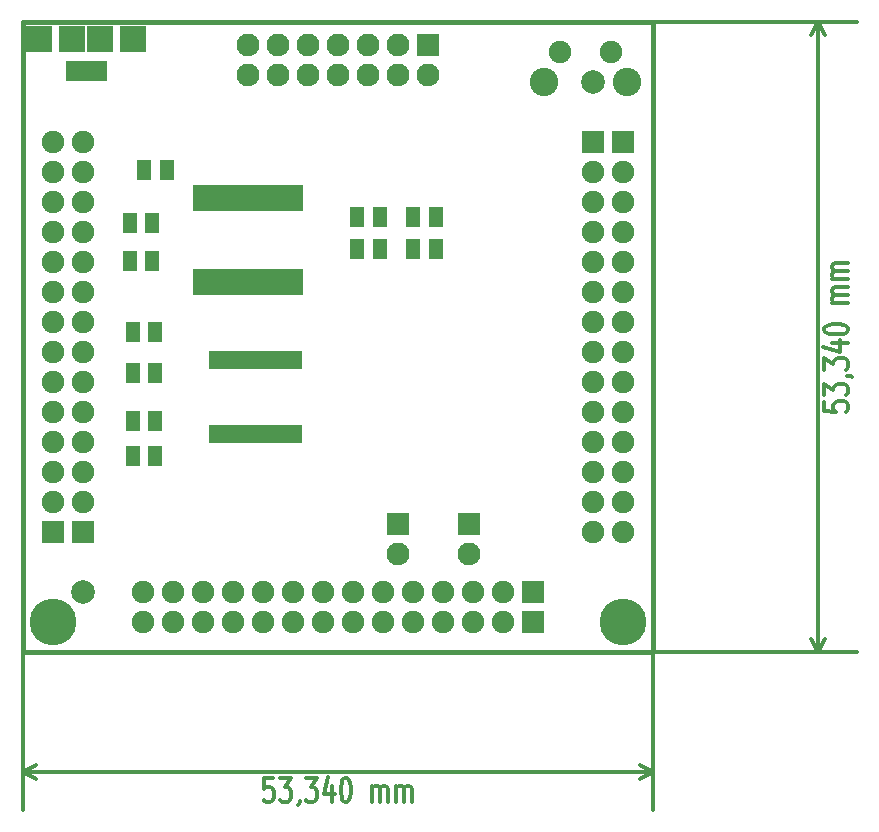
<source format=gts>
G04 (created by PCBNEW (2013-mar-13)-testing) date Fri 28 Jun 2013 12:11:23 PM CEST*
%MOIN*%
G04 Gerber Fmt 3.4, Leading zero omitted, Abs format*
%FSLAX34Y34*%
G01*
G70*
G90*
G04 APERTURE LIST*
%ADD10C,0.005906*%
%ADD11C,0.015000*%
%ADD12C,0.012000*%
%ADD13C,0.156000*%
%ADD14R,0.076000X0.076000*%
%ADD15C,0.076000*%
%ADD16C,0.078740*%
%ADD17R,0.027800X0.063244*%
%ADD18R,0.031700X0.069100*%
%ADD19R,0.086900X0.090800*%
%ADD20R,0.090800X0.090800*%
%ADD21C,0.075100*%
%ADD22C,0.094700*%
%ADD23R,0.075100X0.075100*%
%ADD24R,0.051000X0.071000*%
%ADD25R,0.032000X0.086900*%
G04 APERTURE END LIST*
G54D10*
G54D11*
X32500Y-49500D02*
X32500Y-28500D01*
X11500Y-49500D02*
X32500Y-49500D01*
X11500Y-28500D02*
X11500Y-49500D01*
X32500Y-28500D02*
X11500Y-28500D01*
G54D12*
X19828Y-53700D02*
X19542Y-53700D01*
X19514Y-54081D01*
X19542Y-54043D01*
X19599Y-54005D01*
X19742Y-54005D01*
X19799Y-54043D01*
X19828Y-54081D01*
X19857Y-54158D01*
X19857Y-54348D01*
X19828Y-54424D01*
X19799Y-54462D01*
X19742Y-54500D01*
X19599Y-54500D01*
X19542Y-54462D01*
X19514Y-54424D01*
X20057Y-53700D02*
X20428Y-53700D01*
X20228Y-54005D01*
X20314Y-54005D01*
X20371Y-54043D01*
X20399Y-54081D01*
X20428Y-54158D01*
X20428Y-54348D01*
X20399Y-54424D01*
X20371Y-54462D01*
X20314Y-54500D01*
X20142Y-54500D01*
X20085Y-54462D01*
X20057Y-54424D01*
X20714Y-54462D02*
X20714Y-54500D01*
X20685Y-54577D01*
X20657Y-54615D01*
X20914Y-53700D02*
X21285Y-53700D01*
X21085Y-54005D01*
X21171Y-54005D01*
X21228Y-54043D01*
X21257Y-54081D01*
X21285Y-54158D01*
X21285Y-54348D01*
X21257Y-54424D01*
X21228Y-54462D01*
X21171Y-54500D01*
X21000Y-54500D01*
X20942Y-54462D01*
X20914Y-54424D01*
X21800Y-53967D02*
X21800Y-54500D01*
X21657Y-53662D02*
X21514Y-54234D01*
X21885Y-54234D01*
X22228Y-53700D02*
X22285Y-53700D01*
X22342Y-53739D01*
X22371Y-53777D01*
X22400Y-53853D01*
X22428Y-54005D01*
X22428Y-54196D01*
X22400Y-54348D01*
X22371Y-54424D01*
X22342Y-54462D01*
X22285Y-54500D01*
X22228Y-54500D01*
X22171Y-54462D01*
X22142Y-54424D01*
X22114Y-54348D01*
X22085Y-54196D01*
X22085Y-54005D01*
X22114Y-53853D01*
X22142Y-53777D01*
X22171Y-53739D01*
X22228Y-53700D01*
X23142Y-54500D02*
X23142Y-53967D01*
X23142Y-54043D02*
X23171Y-54005D01*
X23228Y-53967D01*
X23314Y-53967D01*
X23371Y-54005D01*
X23400Y-54081D01*
X23400Y-54500D01*
X23400Y-54081D02*
X23428Y-54005D01*
X23485Y-53967D01*
X23571Y-53967D01*
X23628Y-54005D01*
X23657Y-54081D01*
X23657Y-54500D01*
X23942Y-54500D02*
X23942Y-53967D01*
X23942Y-54043D02*
X23971Y-54005D01*
X24028Y-53967D01*
X24114Y-53967D01*
X24171Y-54005D01*
X24200Y-54081D01*
X24200Y-54500D01*
X24200Y-54081D02*
X24228Y-54005D01*
X24285Y-53967D01*
X24371Y-53967D01*
X24428Y-54005D01*
X24457Y-54081D01*
X24457Y-54500D01*
X11500Y-53499D02*
X32500Y-53499D01*
X11500Y-49500D02*
X11500Y-54779D01*
X32500Y-49500D02*
X32500Y-54779D01*
X32500Y-53499D02*
X32057Y-53729D01*
X32500Y-53499D02*
X32057Y-53269D01*
X11500Y-53499D02*
X11943Y-53729D01*
X11500Y-53499D02*
X11943Y-53269D01*
X38201Y-41171D02*
X38201Y-41457D01*
X38582Y-41485D01*
X38544Y-41457D01*
X38506Y-41400D01*
X38506Y-41257D01*
X38544Y-41200D01*
X38582Y-41171D01*
X38659Y-41142D01*
X38849Y-41142D01*
X38925Y-41171D01*
X38963Y-41200D01*
X39001Y-41257D01*
X39001Y-41400D01*
X38963Y-41457D01*
X38925Y-41485D01*
X38201Y-40942D02*
X38201Y-40571D01*
X38506Y-40771D01*
X38506Y-40685D01*
X38544Y-40628D01*
X38582Y-40600D01*
X38659Y-40571D01*
X38849Y-40571D01*
X38925Y-40600D01*
X38963Y-40628D01*
X39001Y-40685D01*
X39001Y-40857D01*
X38963Y-40914D01*
X38925Y-40942D01*
X38963Y-40285D02*
X39001Y-40285D01*
X39078Y-40314D01*
X39116Y-40342D01*
X38201Y-40085D02*
X38201Y-39714D01*
X38506Y-39914D01*
X38506Y-39828D01*
X38544Y-39771D01*
X38582Y-39742D01*
X38659Y-39714D01*
X38849Y-39714D01*
X38925Y-39742D01*
X38963Y-39771D01*
X39001Y-39828D01*
X39001Y-40000D01*
X38963Y-40057D01*
X38925Y-40085D01*
X38468Y-39200D02*
X39001Y-39200D01*
X38163Y-39342D02*
X38735Y-39485D01*
X38735Y-39114D01*
X38201Y-38771D02*
X38201Y-38714D01*
X38240Y-38657D01*
X38278Y-38628D01*
X38354Y-38600D01*
X38506Y-38571D01*
X38697Y-38571D01*
X38849Y-38600D01*
X38925Y-38628D01*
X38963Y-38657D01*
X39001Y-38714D01*
X39001Y-38771D01*
X38963Y-38828D01*
X38925Y-38857D01*
X38849Y-38885D01*
X38697Y-38914D01*
X38506Y-38914D01*
X38354Y-38885D01*
X38278Y-38857D01*
X38240Y-38828D01*
X38201Y-38771D01*
X39001Y-37857D02*
X38468Y-37857D01*
X38544Y-37857D02*
X38506Y-37828D01*
X38468Y-37771D01*
X38468Y-37685D01*
X38506Y-37628D01*
X38582Y-37599D01*
X39001Y-37599D01*
X38582Y-37599D02*
X38506Y-37571D01*
X38468Y-37514D01*
X38468Y-37428D01*
X38506Y-37371D01*
X38582Y-37342D01*
X39001Y-37342D01*
X39001Y-37057D02*
X38468Y-37057D01*
X38544Y-37057D02*
X38506Y-37028D01*
X38468Y-36971D01*
X38468Y-36885D01*
X38506Y-36828D01*
X38582Y-36799D01*
X39001Y-36799D01*
X38582Y-36799D02*
X38506Y-36771D01*
X38468Y-36714D01*
X38468Y-36628D01*
X38506Y-36571D01*
X38582Y-36542D01*
X39001Y-36542D01*
X38000Y-49500D02*
X38000Y-28500D01*
X32500Y-49500D02*
X39280Y-49500D01*
X32500Y-28500D02*
X39280Y-28500D01*
X38000Y-28500D02*
X38230Y-28943D01*
X38000Y-28500D02*
X37770Y-28943D01*
X38000Y-49500D02*
X38230Y-49057D01*
X38000Y-49500D02*
X37770Y-49057D01*
G54D13*
X12500Y-48500D03*
G54D14*
X26358Y-45221D03*
G54D15*
X26358Y-46221D03*
G54D14*
X23996Y-45221D03*
G54D15*
X23996Y-46221D03*
G54D13*
X31500Y-48500D03*
G54D16*
X30500Y-30500D03*
X13500Y-47500D03*
G54D17*
X19122Y-39760D03*
X18866Y-39760D03*
X18354Y-39760D03*
X18610Y-39760D03*
X17843Y-39760D03*
X18098Y-39760D03*
X19634Y-39760D03*
X19378Y-39760D03*
X20146Y-39760D03*
X19890Y-39760D03*
X20402Y-39760D03*
X20657Y-39760D03*
X20657Y-42239D03*
X20402Y-42239D03*
X19890Y-42239D03*
X20146Y-42239D03*
X19378Y-42239D03*
X19634Y-42239D03*
X18098Y-42239D03*
X17843Y-42239D03*
X18610Y-42239D03*
X18354Y-42239D03*
X18866Y-42239D03*
X19122Y-42239D03*
G54D18*
X13088Y-30123D03*
X13344Y-30123D03*
X13600Y-30123D03*
X13856Y-30123D03*
X14112Y-30123D03*
G54D19*
X12025Y-29070D03*
G54D20*
X13128Y-29070D03*
X14072Y-29070D03*
G54D19*
X15175Y-29070D03*
G54D21*
X31096Y-29500D03*
X29404Y-29500D03*
G54D22*
X31628Y-30484D03*
X28872Y-30484D03*
G54D21*
X13500Y-32500D03*
X13500Y-33500D03*
X13500Y-34500D03*
X13500Y-35500D03*
X13500Y-36500D03*
X13500Y-37500D03*
X13500Y-38500D03*
X13500Y-39500D03*
X13500Y-40500D03*
X13500Y-41500D03*
X13500Y-42500D03*
X13500Y-43500D03*
X13500Y-44500D03*
G54D23*
X13500Y-45500D03*
X12500Y-45500D03*
G54D21*
X12500Y-44500D03*
X12500Y-43500D03*
X12500Y-42500D03*
X12500Y-41500D03*
X12500Y-40500D03*
X12500Y-39500D03*
X12500Y-38500D03*
X12500Y-37500D03*
X12500Y-36500D03*
X12500Y-35500D03*
X12500Y-34500D03*
X12500Y-33500D03*
X12500Y-32500D03*
X15500Y-47500D03*
X16500Y-47500D03*
X17500Y-47500D03*
X18500Y-47500D03*
X19500Y-47500D03*
X20500Y-47500D03*
X21500Y-47500D03*
X22500Y-47500D03*
X23500Y-47500D03*
X24500Y-47500D03*
X25500Y-47500D03*
X26500Y-47500D03*
X27500Y-47500D03*
G54D23*
X28500Y-47500D03*
X28500Y-48500D03*
G54D21*
X27500Y-48500D03*
X26500Y-48500D03*
X25500Y-48500D03*
X24500Y-48500D03*
X23500Y-48500D03*
X22500Y-48500D03*
X21500Y-48500D03*
X20500Y-48500D03*
X19500Y-48500D03*
X18500Y-48500D03*
X17500Y-48500D03*
X16500Y-48500D03*
X15500Y-48500D03*
X30500Y-45500D03*
X30500Y-44500D03*
X30500Y-43500D03*
X30500Y-42500D03*
X30500Y-41500D03*
X30500Y-40500D03*
X30500Y-39500D03*
X30500Y-38500D03*
X30500Y-37500D03*
X30500Y-36500D03*
X30500Y-35500D03*
X30500Y-34500D03*
X30500Y-33500D03*
G54D23*
X30500Y-32500D03*
X31500Y-32500D03*
G54D21*
X31500Y-33500D03*
X31500Y-34500D03*
X31500Y-35500D03*
X31500Y-36500D03*
X31500Y-37500D03*
X31500Y-38500D03*
X31500Y-39500D03*
X31500Y-40500D03*
X31500Y-41500D03*
X31500Y-42500D03*
X31500Y-43500D03*
X31500Y-44500D03*
X31500Y-45500D03*
G54D24*
X15808Y-36469D03*
X15058Y-36469D03*
X15906Y-38831D03*
X15156Y-38831D03*
X15808Y-35189D03*
X15058Y-35189D03*
X15906Y-40209D03*
X15156Y-40209D03*
X25257Y-36075D03*
X24507Y-36075D03*
X25257Y-34992D03*
X24507Y-34992D03*
G54D14*
X25000Y-29250D03*
G54D15*
X25000Y-30250D03*
X24000Y-29250D03*
X24000Y-30250D03*
X23000Y-29250D03*
X23000Y-30250D03*
X22000Y-29250D03*
X22000Y-30250D03*
X21000Y-29250D03*
X21000Y-30250D03*
X20000Y-29250D03*
X20000Y-30250D03*
X19000Y-29250D03*
X19000Y-30250D03*
G54D24*
X22637Y-36075D03*
X23387Y-36075D03*
X22637Y-34992D03*
X23387Y-34992D03*
X15906Y-41783D03*
X15156Y-41783D03*
X15906Y-42965D03*
X15156Y-42965D03*
X16284Y-33421D03*
X15534Y-33421D03*
G54D25*
X17326Y-37180D03*
X17576Y-37180D03*
X17836Y-37180D03*
X18096Y-37180D03*
X18346Y-37180D03*
X18606Y-37180D03*
X18866Y-37180D03*
X19116Y-37180D03*
X19376Y-37180D03*
X19626Y-37180D03*
X19886Y-37180D03*
X20146Y-37180D03*
X20396Y-37180D03*
X20656Y-37180D03*
X20656Y-34380D03*
X20396Y-34380D03*
X20156Y-34380D03*
X19886Y-34380D03*
X19626Y-34380D03*
X19376Y-34380D03*
X19116Y-34380D03*
X18866Y-34380D03*
X18606Y-34380D03*
X18346Y-34380D03*
X18096Y-34380D03*
X17836Y-34380D03*
X17576Y-34380D03*
X17326Y-34380D03*
M02*

</source>
